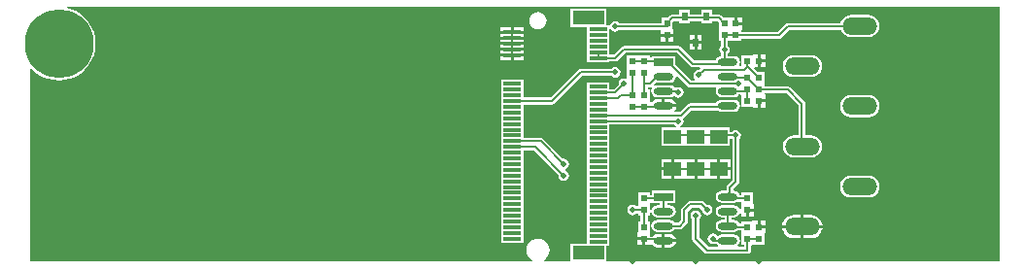
<source format=gtl>
G04*
G04 #@! TF.GenerationSoftware,Altium Limited,Altium Designer,18.1.7 (191)*
G04*
G04 Layer_Physical_Order=1*
G04 Layer_Color=255*
%FSLAX44Y44*%
%MOMM*%
G71*
G01*
G75*
%ADD11C,0.2000*%
%ADD14R,1.5500X0.3000*%
%ADD15R,2.7500X1.2000*%
%ADD16R,1.5000X1.2000*%
%ADD17R,0.6000X0.6000*%
%ADD18O,1.7000X0.6500*%
%ADD19R,1.7000X0.6500*%
%ADD20R,0.6000X0.6000*%
%ADD21R,0.5500X0.8000*%
%ADD33O,3.0160X1.5080*%
%ADD34C,6.0000*%
%ADD35C,0.5080*%
G36*
X1925000Y1438174D02*
Y1432580D01*
X1925000D01*
Y1432420D01*
X1925000D01*
Y1422420D01*
X1926941D01*
Y1418416D01*
X1926727Y1418273D01*
X1925723Y1416771D01*
X1925371Y1415000D01*
X1925723Y1413229D01*
X1926727Y1411727D01*
X1926941Y1411584D01*
Y1409192D01*
X1925702Y1408945D01*
X1923965Y1407785D01*
X1922805Y1406048D01*
X1922707Y1405559D01*
X1903767D01*
X1892163Y1417163D01*
X1891171Y1417826D01*
X1890000Y1418059D01*
X1890000Y1418059D01*
X1842500D01*
X1842500Y1418059D01*
X1841329Y1417826D01*
X1840337Y1417163D01*
X1833733Y1410559D01*
X1829750D01*
Y1424000D01*
Y1432399D01*
X1831020Y1432785D01*
X1831727Y1431727D01*
X1833229Y1430723D01*
X1835000Y1430371D01*
X1836771Y1430723D01*
X1838273Y1431727D01*
X1838470Y1432021D01*
X1874460D01*
Y1428690D01*
X1880000D01*
X1885540D01*
Y1432960D01*
X1885000D01*
Y1438254D01*
X1886187Y1439441D01*
X1890750D01*
Y1438000D01*
X1900250D01*
Y1439441D01*
X1909750D01*
Y1438000D01*
X1919250D01*
Y1439441D01*
X1923733D01*
X1925000Y1438174D01*
D02*
G37*
G36*
X2170000Y1230000D02*
X1827250D01*
Y1244000D01*
X1829750D01*
Y1249000D01*
Y1259000D01*
Y1269000D01*
Y1279000D01*
Y1289000D01*
Y1299000D01*
Y1309000D01*
Y1319000D01*
Y1329000D01*
Y1339000D01*
Y1349441D01*
X1886584D01*
X1886727Y1349227D01*
X1888229Y1348223D01*
X1888100Y1346954D01*
X1875500D01*
Y1330954D01*
X1894500D01*
Y1330954D01*
X1895500D01*
Y1330954D01*
X1914500D01*
Y1330954D01*
X1915500D01*
Y1330954D01*
X1934500D01*
Y1336941D01*
X1936584D01*
X1936727Y1336727D01*
X1936941Y1336584D01*
Y1301267D01*
X1932837Y1297163D01*
X1932174Y1296171D01*
X1931941Y1295000D01*
X1931941Y1295000D01*
Y1291853D01*
X1927750D01*
X1925702Y1291445D01*
X1923965Y1290285D01*
X1922805Y1288548D01*
X1922397Y1286500D01*
X1922805Y1284452D01*
X1923965Y1282715D01*
X1925702Y1281555D01*
X1927750Y1281147D01*
X1938250D01*
X1940298Y1281555D01*
X1940997Y1282021D01*
X1945000D01*
Y1280460D01*
X1944460D01*
Y1276000D01*
X1943195Y1275848D01*
X1942035Y1277585D01*
X1940298Y1278745D01*
X1938250Y1279153D01*
X1927750D01*
X1925702Y1278745D01*
X1923965Y1277585D01*
X1922805Y1275848D01*
X1922397Y1273800D01*
X1922805Y1271752D01*
X1923965Y1270015D01*
X1925702Y1268855D01*
X1927750Y1268447D01*
X1929941D01*
Y1266453D01*
X1927750D01*
X1925702Y1266045D01*
X1923965Y1264885D01*
X1922805Y1263148D01*
X1922397Y1261100D01*
X1922805Y1259052D01*
X1923965Y1257315D01*
X1925702Y1256155D01*
X1927750Y1255747D01*
X1938250D01*
X1940298Y1256155D01*
X1941595Y1257021D01*
X1945000D01*
Y1255080D01*
X1945000D01*
Y1254920D01*
X1945000D01*
Y1244920D01*
X1946941D01*
Y1243059D01*
X1941992D01*
X1941607Y1244329D01*
X1942035Y1244615D01*
X1943195Y1246352D01*
X1943603Y1248400D01*
X1943195Y1250449D01*
X1942035Y1252185D01*
X1940298Y1253345D01*
X1938250Y1253753D01*
X1927750D01*
X1925702Y1253345D01*
X1923989Y1252201D01*
X1923273Y1253273D01*
X1921771Y1254277D01*
X1920000Y1254629D01*
X1918229Y1254277D01*
X1916727Y1253273D01*
X1915723Y1251771D01*
X1915371Y1250000D01*
X1915723Y1248229D01*
X1916727Y1246727D01*
X1918229Y1245723D01*
X1920000Y1245371D01*
X1920725Y1245515D01*
X1921600Y1245341D01*
X1921600Y1245341D01*
X1923480D01*
X1923965Y1244615D01*
X1924393Y1244329D01*
X1924008Y1243059D01*
X1916267D01*
X1908059Y1251267D01*
Y1266584D01*
X1908273Y1266727D01*
X1909277Y1268229D01*
X1909629Y1270000D01*
X1909277Y1271771D01*
X1908273Y1273273D01*
X1906771Y1274277D01*
X1905000Y1274629D01*
X1903229Y1274277D01*
X1901727Y1273273D01*
X1900723Y1271771D01*
X1900371Y1270000D01*
X1900723Y1268229D01*
X1901727Y1266727D01*
X1901941Y1266584D01*
Y1250000D01*
X1901941Y1250000D01*
X1902174Y1248829D01*
X1902837Y1247837D01*
X1912837Y1237837D01*
X1912837Y1237837D01*
X1913829Y1237174D01*
X1915000Y1236941D01*
X1950000D01*
X1951171Y1237174D01*
X1952163Y1237837D01*
X1952826Y1238829D01*
X1953059Y1240000D01*
Y1244022D01*
X1953957Y1244920D01*
X1955000Y1244920D01*
Y1244920D01*
X1955000D01*
Y1244920D01*
X1965000D01*
Y1254540D01*
X1965540D01*
Y1258810D01*
X1960000D01*
Y1260080D01*
X1958730D01*
Y1265620D01*
X1954460D01*
Y1265080D01*
X1945000D01*
Y1263139D01*
X1943197D01*
X1943195Y1263148D01*
X1942035Y1264885D01*
X1940298Y1266045D01*
X1938250Y1266453D01*
X1936059D01*
Y1268447D01*
X1938250D01*
X1940298Y1268855D01*
X1942035Y1270015D01*
X1943195Y1271752D01*
X1944460Y1271600D01*
Y1269380D01*
X1948730D01*
Y1274920D01*
X1950000D01*
Y1276190D01*
X1955540D01*
Y1280460D01*
X1955000D01*
Y1290080D01*
X1945000D01*
Y1288139D01*
X1943277D01*
X1943195Y1288548D01*
X1942035Y1290285D01*
X1940298Y1291445D01*
X1938250Y1291853D01*
X1938059D01*
Y1293733D01*
X1942163Y1297837D01*
X1942163Y1297837D01*
X1942826Y1298829D01*
X1943059Y1300000D01*
Y1336584D01*
X1943273Y1336727D01*
X1944277Y1338229D01*
X1944629Y1340000D01*
X1944277Y1341771D01*
X1943273Y1343273D01*
X1941771Y1344277D01*
X1940000Y1344629D01*
X1938229Y1344277D01*
X1936727Y1343273D01*
X1936584Y1343059D01*
X1934500D01*
Y1346954D01*
X1915500D01*
Y1346954D01*
X1914500D01*
Y1346954D01*
X1895500D01*
Y1346954D01*
X1894500D01*
Y1346954D01*
X1891900D01*
X1891772Y1348223D01*
X1893273Y1349227D01*
X1894277Y1350729D01*
X1894629Y1352500D01*
X1894277Y1354271D01*
X1894462Y1355203D01*
X1894663Y1355337D01*
X1901267Y1361941D01*
X1924225D01*
X1925702Y1360955D01*
X1927750Y1360547D01*
X1938250D01*
X1940298Y1360955D01*
X1942035Y1362115D01*
X1943195Y1363852D01*
X1943603Y1365900D01*
X1943195Y1367948D01*
X1942035Y1369685D01*
X1940298Y1370845D01*
X1938250Y1371253D01*
X1927750D01*
X1925702Y1370845D01*
X1923965Y1369685D01*
X1922878Y1368059D01*
X1900000D01*
X1900000Y1368059D01*
X1898829Y1367826D01*
X1897837Y1367163D01*
X1891233Y1360559D01*
X1886790D01*
X1886493Y1361829D01*
X1887704Y1363641D01*
X1887901Y1364630D01*
X1877000D01*
Y1365900D01*
X1875730D01*
Y1371803D01*
X1871750D01*
X1869491Y1371354D01*
X1867576Y1370074D01*
X1866810Y1368929D01*
X1865540Y1369314D01*
Y1370460D01*
X1865000D01*
Y1380080D01*
X1863059D01*
Y1381941D01*
X1865000D01*
X1865000Y1381941D01*
X1866171Y1382174D01*
X1866398Y1382326D01*
X1867314Y1381411D01*
X1866805Y1380648D01*
X1866397Y1378600D01*
X1866805Y1376552D01*
X1867965Y1374815D01*
X1869702Y1373655D01*
X1871750Y1373247D01*
X1882250D01*
X1884298Y1373655D01*
X1885186Y1374247D01*
X1886727Y1374227D01*
X1888229Y1373223D01*
X1890000Y1372871D01*
X1891771Y1373223D01*
X1893273Y1374227D01*
X1894277Y1375729D01*
X1894629Y1377500D01*
X1894277Y1379271D01*
X1893273Y1380773D01*
X1891771Y1381777D01*
X1890000Y1382129D01*
X1888229Y1381777D01*
X1888052Y1381659D01*
X1886520D01*
X1886035Y1382385D01*
X1884298Y1383545D01*
X1882250Y1383953D01*
X1871750D01*
X1869702Y1383545D01*
X1869598Y1383476D01*
X1868788Y1384463D01*
X1870518Y1386192D01*
X1871750Y1385947D01*
X1882250D01*
X1884298Y1386355D01*
X1886035Y1387515D01*
X1887195Y1389252D01*
X1887603Y1391300D01*
X1888779Y1391895D01*
X1897837Y1382837D01*
X1897837Y1382837D01*
X1898829Y1382174D01*
X1900000Y1381941D01*
X1922321D01*
X1922920Y1380821D01*
X1922805Y1380648D01*
X1922397Y1378600D01*
X1922805Y1376552D01*
X1923965Y1374815D01*
X1925702Y1373655D01*
X1927750Y1373247D01*
X1938250D01*
X1940298Y1373655D01*
X1942035Y1374815D01*
X1942520Y1375541D01*
X1943874D01*
X1944920Y1375000D01*
Y1365000D01*
X1954540D01*
Y1364460D01*
X1958810D01*
Y1370000D01*
X1960080D01*
Y1371270D01*
X1965620D01*
Y1375540D01*
X1965000D01*
Y1376861D01*
X1983813D01*
X1994441Y1366233D01*
Y1340122D01*
X1990460D01*
X1987970Y1339794D01*
X1985649Y1338833D01*
X1983656Y1337304D01*
X1982127Y1335311D01*
X1981166Y1332991D01*
X1980838Y1330500D01*
X1981166Y1328010D01*
X1982127Y1325689D01*
X1983656Y1323696D01*
X1985649Y1322167D01*
X1987970Y1321206D01*
X1990460Y1320878D01*
X2005540D01*
X2008031Y1321206D01*
X2010351Y1322167D01*
X2012344Y1323696D01*
X2013873Y1325689D01*
X2014834Y1328010D01*
X2015162Y1330500D01*
X2014834Y1332991D01*
X2013873Y1335311D01*
X2012344Y1337304D01*
X2010351Y1338833D01*
X2008031Y1339794D01*
X2005540Y1340122D01*
X2000559D01*
Y1367500D01*
X2000326Y1368671D01*
X1999663Y1369663D01*
X1999663Y1369663D01*
X1987243Y1382083D01*
X1986250Y1382746D01*
X1985080Y1382979D01*
X1985080Y1382979D01*
X1965898D01*
X1965000Y1383877D01*
X1965000Y1384920D01*
X1965000D01*
Y1385080D01*
X1965000D01*
Y1395080D01*
X1959326D01*
X1956119Y1398287D01*
X1956605Y1399460D01*
X1958810D01*
Y1405000D01*
Y1410540D01*
X1954540D01*
Y1410000D01*
X1944920D01*
Y1400559D01*
X1943612D01*
X1943013Y1401679D01*
X1943195Y1401952D01*
X1943603Y1404000D01*
X1943195Y1406048D01*
X1942035Y1407785D01*
X1940298Y1408945D01*
X1938250Y1409353D01*
X1933059D01*
Y1411584D01*
X1933273Y1411727D01*
X1934277Y1413229D01*
X1934629Y1415000D01*
X1934277Y1416771D01*
X1933273Y1418273D01*
X1933059Y1418416D01*
Y1422420D01*
X1935000D01*
Y1422420D01*
X1935000D01*
Y1422420D01*
X1945000D01*
Y1424361D01*
X1977420D01*
X1977420Y1424361D01*
X1978591Y1424594D01*
X1979583Y1425257D01*
X1986267Y1431941D01*
X2031608D01*
X2032127Y1430689D01*
X2033656Y1428696D01*
X2035649Y1427167D01*
X2037970Y1426206D01*
X2040460Y1425878D01*
X2055540D01*
X2058031Y1426206D01*
X2060351Y1427167D01*
X2062344Y1428696D01*
X2063873Y1430689D01*
X2064834Y1433010D01*
X2065162Y1435500D01*
X2064834Y1437991D01*
X2063873Y1440311D01*
X2062344Y1442304D01*
X2060351Y1443833D01*
X2058031Y1444794D01*
X2055540Y1445122D01*
X2040460D01*
X2037970Y1444794D01*
X2035649Y1443833D01*
X2033656Y1442304D01*
X2032127Y1440311D01*
X2031194Y1438059D01*
X1985000D01*
X1985000Y1438059D01*
X1983829Y1437826D01*
X1982837Y1437163D01*
X1982837Y1437163D01*
X1976153Y1430479D01*
X1945000D01*
Y1432040D01*
X1945540D01*
Y1436310D01*
X1940000D01*
Y1437580D01*
X1938730D01*
Y1443120D01*
X1934460D01*
Y1442580D01*
X1929246D01*
X1927163Y1444663D01*
X1926171Y1445326D01*
X1925000Y1445559D01*
X1925000Y1445559D01*
X1919250D01*
Y1450000D01*
X1909750D01*
Y1445559D01*
X1900250D01*
Y1450000D01*
X1890750D01*
Y1445559D01*
X1884920D01*
X1883750Y1445326D01*
X1882757Y1444663D01*
X1880674Y1442580D01*
X1875000D01*
Y1438139D01*
X1838363D01*
X1838273Y1438273D01*
X1836771Y1439277D01*
X1835000Y1439629D01*
X1833229Y1439277D01*
X1831727Y1438273D01*
X1830723Y1436771D01*
X1830716Y1436734D01*
X1829750Y1436000D01*
X1827250D01*
Y1450500D01*
X1795750D01*
Y1434500D01*
X1810250D01*
Y1424000D01*
Y1414000D01*
Y1404000D01*
X1817704D01*
X1818000Y1403941D01*
X1818296Y1404000D01*
X1829750D01*
Y1404441D01*
X1835000D01*
X1835000Y1404441D01*
X1836171Y1404674D01*
X1837163Y1405337D01*
X1843767Y1411941D01*
X1888733D01*
X1900337Y1400337D01*
X1900337Y1400337D01*
X1901329Y1399674D01*
X1902500Y1399441D01*
X1908456D01*
X1908942Y1398268D01*
X1907753Y1397079D01*
X1907500Y1397129D01*
X1905729Y1396777D01*
X1904227Y1395773D01*
X1903223Y1394271D01*
X1902871Y1392500D01*
X1903223Y1390729D01*
X1904159Y1389329D01*
X1904041Y1388823D01*
X1903689Y1388059D01*
X1901267D01*
X1887500Y1401826D01*
Y1409250D01*
X1866500D01*
Y1408059D01*
X1865000D01*
Y1410080D01*
X1855000D01*
X1855000Y1410080D01*
Y1410080D01*
X1845000D01*
Y1400080D01*
X1845000D01*
Y1399920D01*
X1845000D01*
Y1390317D01*
X1844802Y1390034D01*
X1843972Y1389336D01*
X1842500Y1389629D01*
X1840729Y1389277D01*
X1839227Y1388273D01*
X1838223Y1386771D01*
X1837871Y1385000D01*
X1837921Y1384747D01*
X1833733Y1380559D01*
X1829750D01*
Y1386000D01*
X1810250D01*
Y1374000D01*
Y1364000D01*
Y1354000D01*
Y1344000D01*
Y1334000D01*
Y1324000D01*
Y1314000D01*
Y1304000D01*
Y1294000D01*
Y1284000D01*
Y1274000D01*
Y1264000D01*
Y1254000D01*
Y1245500D01*
X1795750D01*
Y1230000D01*
X1772808D01*
X1772543Y1231265D01*
X1774632Y1232868D01*
X1776235Y1234957D01*
X1777243Y1237390D01*
X1777586Y1240000D01*
X1777243Y1242610D01*
X1776235Y1245043D01*
X1774632Y1247132D01*
X1772543Y1248735D01*
X1770110Y1249743D01*
X1767500Y1250086D01*
X1764890Y1249743D01*
X1762457Y1248735D01*
X1760368Y1247132D01*
X1758765Y1245043D01*
X1757757Y1242610D01*
X1757414Y1240000D01*
X1757757Y1237390D01*
X1758765Y1234957D01*
X1760368Y1232868D01*
X1762457Y1231265D01*
X1762192Y1230000D01*
X1325000D01*
X1325000Y1398164D01*
X1326192Y1398604D01*
X1327303Y1397303D01*
X1331133Y1394031D01*
X1335427Y1391400D01*
X1340081Y1389472D01*
X1344979Y1388296D01*
X1350000Y1387901D01*
X1355021Y1388296D01*
X1359919Y1389472D01*
X1364573Y1391400D01*
X1368867Y1394031D01*
X1372697Y1397303D01*
X1375969Y1401133D01*
X1378600Y1405427D01*
X1380528Y1410081D01*
X1381704Y1414979D01*
X1382099Y1420000D01*
X1381704Y1425021D01*
X1380528Y1429919D01*
X1378600Y1434573D01*
X1375969Y1438867D01*
X1372697Y1442697D01*
X1368867Y1445969D01*
X1364573Y1448600D01*
X1359919Y1450528D01*
X1356995Y1451230D01*
X1357145Y1452500D01*
X2170000Y1452500D01*
X2170000Y1230000D01*
D02*
G37*
%LPC*%
G36*
X1910290Y1427540D02*
X1906270D01*
Y1422270D01*
X1910290D01*
Y1427540D01*
D02*
G37*
G36*
X1903730D02*
X1899710D01*
Y1422270D01*
X1903730D01*
Y1427540D01*
D02*
G37*
G36*
X1885540Y1426150D02*
X1881270D01*
Y1421880D01*
X1885540D01*
Y1426150D01*
D02*
G37*
G36*
X1878730D02*
X1874460D01*
Y1421880D01*
X1878730D01*
Y1426150D01*
D02*
G37*
G36*
X1910290Y1419730D02*
X1906270D01*
Y1414460D01*
X1910290D01*
Y1419730D01*
D02*
G37*
G36*
X1903730D02*
X1899710D01*
Y1414460D01*
X1903730D01*
Y1419730D01*
D02*
G37*
G36*
X1945540Y1443120D02*
X1941270D01*
Y1438850D01*
X1945540D01*
Y1443120D01*
D02*
G37*
G36*
X1767500Y1447565D02*
X1765542Y1447307D01*
X1763718Y1446551D01*
X1762151Y1445349D01*
X1760949Y1443782D01*
X1760193Y1441958D01*
X1759935Y1440000D01*
X1760193Y1438042D01*
X1760949Y1436218D01*
X1762151Y1434651D01*
X1763718Y1433449D01*
X1765542Y1432693D01*
X1767500Y1432435D01*
X1769458Y1432693D01*
X1771282Y1433449D01*
X1772849Y1434651D01*
X1774051Y1436218D01*
X1774807Y1438042D01*
X1775065Y1440000D01*
X1774807Y1441958D01*
X1774051Y1443782D01*
X1772849Y1445349D01*
X1771282Y1446551D01*
X1769458Y1447307D01*
X1767500Y1447565D01*
D02*
G37*
G36*
X1755290Y1434040D02*
X1746270D01*
Y1431270D01*
X1755290D01*
Y1434040D01*
D02*
G37*
G36*
X1743730D02*
X1734710D01*
Y1431270D01*
X1743730D01*
Y1434040D01*
D02*
G37*
G36*
X1755290Y1428730D02*
X1745000D01*
X1734710D01*
Y1426270D01*
X1745000D01*
X1755290D01*
Y1428730D01*
D02*
G37*
G36*
Y1423730D02*
X1745000D01*
X1734710D01*
Y1421270D01*
X1745000D01*
X1755290D01*
Y1423730D01*
D02*
G37*
G36*
Y1418730D02*
X1745000D01*
X1734710D01*
Y1416270D01*
X1745000D01*
X1755290D01*
Y1418730D01*
D02*
G37*
G36*
Y1413730D02*
X1745000D01*
X1734710D01*
Y1411270D01*
X1745000D01*
X1755290D01*
Y1413730D01*
D02*
G37*
G36*
X1965620Y1410540D02*
X1961350D01*
Y1406270D01*
X1965620D01*
Y1410540D01*
D02*
G37*
G36*
X1755290Y1408730D02*
X1746270D01*
Y1405960D01*
X1755290D01*
Y1408730D01*
D02*
G37*
G36*
X1743730D02*
X1734710D01*
Y1405960D01*
X1743730D01*
Y1408730D01*
D02*
G37*
G36*
X1965620Y1403730D02*
X1961350D01*
Y1399460D01*
X1965620D01*
Y1403730D01*
D02*
G37*
G36*
X2005540Y1410122D02*
X1990460D01*
X1987970Y1409794D01*
X1985649Y1408833D01*
X1983656Y1407304D01*
X1982127Y1405311D01*
X1981166Y1402991D01*
X1980838Y1400500D01*
X1981166Y1398010D01*
X1982127Y1395689D01*
X1983656Y1393696D01*
X1985649Y1392167D01*
X1987970Y1391206D01*
X1990460Y1390878D01*
X2005540D01*
X2008031Y1391206D01*
X2010351Y1392167D01*
X2012344Y1393696D01*
X2013873Y1395689D01*
X2014834Y1398010D01*
X2015162Y1400500D01*
X2014834Y1402991D01*
X2013873Y1405311D01*
X2012344Y1407304D01*
X2010351Y1408833D01*
X2008031Y1409794D01*
X2005540Y1410122D01*
D02*
G37*
G36*
X1835000Y1399629D02*
X1833229Y1399277D01*
X1831727Y1398273D01*
X1831584Y1398059D01*
X1805000D01*
X1803829Y1397826D01*
X1802837Y1397163D01*
X1778733Y1373059D01*
X1754749D01*
Y1378500D01*
X1754747D01*
Y1388500D01*
X1735247D01*
Y1376500D01*
X1735249D01*
Y1373500D01*
X1735247D01*
Y1366500D01*
Y1356500D01*
X1735249D01*
Y1353500D01*
X1735247D01*
Y1346500D01*
X1735250D01*
Y1336500D01*
Y1326500D01*
Y1316500D01*
Y1306500D01*
Y1296500D01*
Y1286500D01*
Y1276500D01*
Y1266500D01*
Y1256500D01*
Y1246500D01*
X1754750D01*
Y1256500D01*
Y1266500D01*
Y1276500D01*
Y1286500D01*
Y1296500D01*
Y1306500D01*
Y1316500D01*
Y1326941D01*
X1763733D01*
X1785421Y1305253D01*
X1785371Y1305000D01*
X1785723Y1303229D01*
X1786727Y1301727D01*
X1788229Y1300723D01*
X1790000Y1300371D01*
X1791771Y1300723D01*
X1793273Y1301727D01*
X1794277Y1303229D01*
X1794629Y1305000D01*
X1794277Y1306771D01*
X1793273Y1308273D01*
X1791771Y1309277D01*
X1791389Y1309353D01*
Y1310647D01*
X1791771Y1310723D01*
X1793273Y1311727D01*
X1794277Y1313229D01*
X1794629Y1315000D01*
X1794277Y1316771D01*
X1793273Y1318273D01*
X1791771Y1319277D01*
X1790000Y1319629D01*
X1789747Y1319579D01*
X1772163Y1337163D01*
X1771171Y1337826D01*
X1770000Y1338059D01*
X1770000Y1338059D01*
X1754750D01*
Y1348500D01*
X1754747D01*
Y1351500D01*
X1754749D01*
Y1358500D01*
X1754747D01*
Y1366941D01*
X1780000D01*
X1780000Y1366941D01*
X1781171Y1367174D01*
X1782163Y1367837D01*
X1806267Y1391941D01*
X1831584D01*
X1831727Y1391727D01*
X1833229Y1390723D01*
X1835000Y1390371D01*
X1836771Y1390723D01*
X1838273Y1391727D01*
X1839277Y1393229D01*
X1839629Y1395000D01*
X1839277Y1396771D01*
X1838273Y1398273D01*
X1836771Y1399277D01*
X1835000Y1399629D01*
D02*
G37*
G36*
X1882250Y1371803D02*
X1878270D01*
Y1367170D01*
X1887901D01*
X1887704Y1368159D01*
X1886424Y1370074D01*
X1884509Y1371354D01*
X1882250Y1371803D01*
D02*
G37*
G36*
X1965620Y1368730D02*
X1961350D01*
Y1364460D01*
X1965620D01*
Y1368730D01*
D02*
G37*
G36*
X2055540Y1375122D02*
X2040460D01*
X2037970Y1374794D01*
X2035649Y1373833D01*
X2033656Y1372304D01*
X2032127Y1370311D01*
X2031166Y1367991D01*
X2030838Y1365500D01*
X2031166Y1363010D01*
X2032127Y1360689D01*
X2033656Y1358696D01*
X2035649Y1357167D01*
X2037970Y1356206D01*
X2040460Y1355878D01*
X2055540D01*
X2058031Y1356206D01*
X2060351Y1357167D01*
X2062344Y1358696D01*
X2063873Y1360689D01*
X2064834Y1363010D01*
X2065162Y1365500D01*
X2064834Y1367991D01*
X2063873Y1370311D01*
X2062344Y1372304D01*
X2060351Y1373833D01*
X2058031Y1374794D01*
X2055540Y1375122D01*
D02*
G37*
G36*
X1883730Y1319586D02*
X1874960D01*
Y1312316D01*
X1883730D01*
Y1319586D01*
D02*
G37*
G36*
X1935040D02*
X1926270D01*
Y1312316D01*
X1935040D01*
Y1319586D01*
D02*
G37*
G36*
Y1309776D02*
X1926270D01*
Y1302506D01*
X1935040D01*
Y1309776D01*
D02*
G37*
G36*
X1923730Y1319586D02*
X1906270D01*
Y1311046D01*
Y1302506D01*
X1923730D01*
Y1311046D01*
Y1319586D01*
D02*
G37*
G36*
X1903730D02*
X1886270D01*
Y1311046D01*
Y1302506D01*
X1903730D01*
Y1311046D01*
Y1319586D01*
D02*
G37*
G36*
X1883730Y1309776D02*
X1874960D01*
Y1302506D01*
X1883730D01*
Y1309776D01*
D02*
G37*
G36*
X1887500Y1291750D02*
X1866500D01*
Y1288059D01*
X1865000D01*
Y1290080D01*
X1855000D01*
Y1281190D01*
X1855000Y1280080D01*
X1855000Y1278957D01*
X1854528Y1278485D01*
X1853273Y1278273D01*
X1851771Y1279277D01*
X1850000Y1279629D01*
X1848229Y1279277D01*
X1846727Y1278273D01*
X1845723Y1276771D01*
X1845371Y1275000D01*
X1845723Y1273229D01*
X1846727Y1271727D01*
X1848229Y1270723D01*
X1850000Y1270371D01*
X1851771Y1270723D01*
X1853273Y1271727D01*
X1853416Y1271941D01*
X1855000D01*
Y1269920D01*
X1856941D01*
Y1265080D01*
X1855000D01*
Y1255460D01*
X1854460D01*
Y1251190D01*
X1860000D01*
Y1249920D01*
X1861270D01*
Y1244380D01*
X1865540D01*
Y1244986D01*
X1866810Y1245372D01*
X1867576Y1244226D01*
X1869491Y1242946D01*
X1871750Y1242497D01*
X1875730D01*
Y1248400D01*
Y1254304D01*
X1871750D01*
X1869491Y1253854D01*
X1867576Y1252574D01*
X1866810Y1251429D01*
X1865540Y1251814D01*
Y1255460D01*
X1865000D01*
Y1265080D01*
X1863059D01*
Y1269920D01*
X1865000D01*
Y1278810D01*
X1865000Y1279920D01*
X1865000Y1281043D01*
X1865230Y1281273D01*
X1866500Y1281250D01*
Y1281250D01*
X1873941D01*
Y1279153D01*
X1871750D01*
X1869702Y1278745D01*
X1867965Y1277585D01*
X1866805Y1275848D01*
X1866397Y1273800D01*
X1866805Y1271752D01*
X1867965Y1270015D01*
X1869702Y1268855D01*
X1871750Y1268447D01*
X1882250D01*
X1884298Y1268855D01*
X1886035Y1270015D01*
X1887195Y1271752D01*
X1887603Y1273800D01*
X1887195Y1275848D01*
X1886035Y1277585D01*
X1884298Y1278745D01*
X1882250Y1279153D01*
X1880059D01*
Y1281250D01*
X1887500D01*
Y1291750D01*
D02*
G37*
G36*
X2055540Y1305122D02*
X2040460D01*
X2037970Y1304794D01*
X2035649Y1303833D01*
X2033656Y1302304D01*
X2032127Y1300311D01*
X2031166Y1297990D01*
X2030838Y1295500D01*
X2031166Y1293010D01*
X2032127Y1290689D01*
X2033656Y1288696D01*
X2035649Y1287167D01*
X2037970Y1286206D01*
X2040460Y1285878D01*
X2055540D01*
X2058031Y1286206D01*
X2060351Y1287167D01*
X2062344Y1288696D01*
X2063873Y1290689D01*
X2064834Y1293010D01*
X2065162Y1295500D01*
X2064834Y1297990D01*
X2063873Y1300311D01*
X2062344Y1302304D01*
X2060351Y1303833D01*
X2058031Y1304794D01*
X2055540Y1305122D01*
D02*
G37*
G36*
X1910000Y1283059D02*
X1910000Y1283059D01*
X1900000D01*
X1898829Y1282826D01*
X1897837Y1282163D01*
X1897837Y1282163D01*
X1892837Y1277163D01*
X1892174Y1276171D01*
X1891941Y1275000D01*
X1891941Y1275000D01*
Y1266267D01*
X1889833Y1264159D01*
X1886520D01*
X1886035Y1264885D01*
X1884298Y1266045D01*
X1882250Y1266453D01*
X1871750D01*
X1869702Y1266045D01*
X1867965Y1264885D01*
X1866805Y1263148D01*
X1866397Y1261100D01*
X1866805Y1259052D01*
X1867965Y1257315D01*
X1869702Y1256155D01*
X1871750Y1255747D01*
X1882250D01*
X1884298Y1256155D01*
X1886035Y1257315D01*
X1886520Y1258041D01*
X1891100D01*
X1891100Y1258041D01*
X1892271Y1258274D01*
X1893263Y1258937D01*
X1897163Y1262837D01*
X1897163Y1262837D01*
X1897826Y1263829D01*
X1898059Y1265000D01*
X1898059Y1265000D01*
Y1273733D01*
X1901267Y1276941D01*
X1908733D01*
X1910421Y1275253D01*
X1910371Y1275000D01*
X1910723Y1273229D01*
X1911727Y1271727D01*
X1913229Y1270723D01*
X1915000Y1270371D01*
X1916771Y1270723D01*
X1918273Y1271727D01*
X1919277Y1273229D01*
X1919629Y1275000D01*
X1919277Y1276771D01*
X1918273Y1278273D01*
X1916771Y1279277D01*
X1915000Y1279629D01*
X1914747Y1279579D01*
X1912163Y1282163D01*
X1911171Y1282826D01*
X1910000Y1283059D01*
D02*
G37*
G36*
X1955540Y1273650D02*
X1951270D01*
Y1269380D01*
X1955540D01*
Y1273650D01*
D02*
G37*
G36*
X2005540Y1270667D02*
X1999270D01*
Y1261770D01*
X2015540D01*
X2015361Y1263131D01*
X2014345Y1265583D01*
X2012729Y1267689D01*
X2010623Y1269305D01*
X2008171Y1270321D01*
X2005540Y1270667D01*
D02*
G37*
G36*
X1996730D02*
X1990460D01*
X1987829Y1270321D01*
X1985376Y1269305D01*
X1983271Y1267689D01*
X1981655Y1265583D01*
X1980639Y1263131D01*
X1980460Y1261770D01*
X1996730D01*
Y1270667D01*
D02*
G37*
G36*
X1965540Y1265620D02*
X1961270D01*
Y1261350D01*
X1965540D01*
Y1265620D01*
D02*
G37*
G36*
X2015540Y1259230D02*
X1999270D01*
Y1250333D01*
X2005540D01*
X2008171Y1250679D01*
X2010623Y1251695D01*
X2012729Y1253311D01*
X2014345Y1255416D01*
X2015361Y1257869D01*
X2015540Y1259230D01*
D02*
G37*
G36*
X1996730D02*
X1980460D01*
X1980639Y1257869D01*
X1981655Y1255416D01*
X1983271Y1253311D01*
X1985376Y1251695D01*
X1987829Y1250679D01*
X1990460Y1250333D01*
X1996730D01*
Y1259230D01*
D02*
G37*
G36*
X1882250Y1254304D02*
X1878270D01*
Y1249670D01*
X1887901D01*
X1887704Y1250659D01*
X1886424Y1252574D01*
X1884509Y1253854D01*
X1882250Y1254304D01*
D02*
G37*
G36*
X1858730Y1248650D02*
X1854460D01*
Y1244380D01*
X1858730D01*
Y1248650D01*
D02*
G37*
G36*
X1887901Y1247130D02*
X1878270D01*
Y1242497D01*
X1882250D01*
X1884509Y1242946D01*
X1886424Y1244226D01*
X1887704Y1246141D01*
X1887901Y1247130D01*
D02*
G37*
%LPD*%
D11*
X1925000Y1300000D02*
Y1311046D01*
X1885000Y1300000D02*
Y1311046D01*
X1925000D02*
X1928954D01*
X1905000D02*
X1925000D01*
X1885000D02*
X1905000D01*
X1928954D02*
X1930000Y1310000D01*
X1880000Y1340000D02*
X1940000D01*
X1930000Y1285000D02*
X1935000Y1290000D01*
X1940000Y1300000D02*
Y1340000D01*
X1935000Y1295000D02*
X1940000Y1300000D01*
X1935000Y1290000D02*
Y1295000D01*
X1820000Y1357000D02*
X1820500Y1357500D01*
X1985000Y1435000D02*
X2040000D01*
X1977420Y1427420D02*
X1985000Y1435000D01*
X1940000Y1427420D02*
X1977420D01*
X1850080Y1405000D02*
X1875000D01*
X1900000Y1385000D02*
X1942500D01*
X1881000Y1404000D02*
X1900000Y1385000D01*
X1877000Y1404000D02*
X1881000D01*
X1905000Y1250000D02*
Y1270000D01*
X1910000Y1280000D02*
X1915000Y1275000D01*
X1900000Y1280000D02*
X1910000D01*
X1895000Y1275000D02*
X1900000Y1280000D01*
X1895000Y1265000D02*
Y1275000D01*
X1891100Y1261100D02*
X1895000Y1265000D01*
X1877000Y1261100D02*
X1891100D01*
X1994920Y1260080D02*
X1995000Y1260000D01*
X1960000Y1260080D02*
X1994920D01*
X1920000Y1250000D02*
X1921600Y1248400D01*
X1933000D01*
X1997500Y1335000D02*
Y1367500D01*
X1985080Y1379920D02*
X1997500Y1367500D01*
X1960000Y1379920D02*
X1985080D01*
X1835000Y1407500D02*
X1842500Y1415000D01*
X1890000D01*
X1884920Y1442500D02*
X1925000D01*
X1835080Y1435080D02*
X1880000D01*
X1950000Y1400080D02*
Y1405000D01*
X1959920Y1249920D02*
X1960000Y1250000D01*
X1930000Y1415000D02*
Y1424920D01*
Y1405000D02*
Y1415000D01*
X1915000Y1240000D02*
X1950000D01*
X1905000Y1250000D02*
X1915000Y1240000D01*
X1950000D02*
Y1249920D01*
X1850000Y1275000D02*
X1859920D01*
X1860000Y1274920D01*
X1765000Y1330000D02*
X1790000Y1305000D01*
X1745000Y1330000D02*
X1765000D01*
X1770000Y1335000D02*
X1790000Y1315000D01*
X1745000Y1335000D02*
X1770000D01*
X1960000Y1260080D02*
Y1275000D01*
X1950000Y1249920D02*
X1959920D01*
X1935000Y1260000D02*
X1935080Y1260080D01*
X1950000D01*
X1869920Y1249920D02*
X1870000Y1250000D01*
X1860000Y1249920D02*
X1869920D01*
X1860000Y1260080D02*
Y1274920D01*
Y1260000D02*
Y1260080D01*
X1860080Y1285000D02*
X1875000D01*
X1860000Y1285080D02*
X1860080Y1285000D01*
X1950080Y1275000D02*
X1960000D01*
X1950000Y1274920D02*
X1950080Y1275000D01*
X1893400Y1248400D02*
X1895000Y1250000D01*
X1877000Y1248400D02*
X1893400D01*
X1935000Y1285000D02*
X1935080Y1285080D01*
X1950000D01*
X1895000Y1422500D02*
X1905000D01*
X1940000Y1440000D02*
Y1445000D01*
X1930000Y1427420D02*
X1940000D01*
X1930000Y1275000D02*
X1933000Y1272000D01*
Y1261100D02*
Y1272000D01*
X1877000Y1286500D02*
Y1287000D01*
Y1273800D02*
Y1286500D01*
Y1287000D02*
X1877500Y1287500D01*
X1947500Y1397500D02*
X1950000Y1400000D01*
X1912500Y1397500D02*
X1947500D01*
X1907500Y1392500D02*
X1912500Y1397500D01*
X1840000Y1375000D02*
X1850000D01*
X1837500Y1372500D02*
X1840000Y1375000D01*
X1820000Y1372500D02*
X1837500Y1372500D01*
X1835000Y1377500D02*
X1842500Y1385000D01*
X1820000Y1377500D02*
X1835000D01*
X1835000Y1435000D02*
X1835080Y1435080D01*
X1780000Y1370000D02*
X1805000Y1395000D01*
X1835000D02*
X1835000Y1395000D01*
X1805000Y1395000D02*
X1835000D01*
X1744998Y1370000D02*
X1780000D01*
X1902500Y1402500D02*
X1932500D01*
X1890000Y1415000D02*
X1902500Y1402500D01*
X1820000Y1407500D02*
X1835000D01*
X1888900Y1378600D02*
X1890000Y1377500D01*
X1877000Y1378600D02*
X1888900D01*
X1822500Y1352500D02*
X1890000D01*
X1820000D02*
X1822500D01*
X1820500Y1357500D02*
X1892500D01*
X1820000D02*
X1820500D01*
X1900000Y1365000D02*
X1930000D01*
X1892500Y1357500D02*
X1900000Y1365000D01*
X1822000Y1353000D02*
X1822500Y1352500D01*
X1890000Y1427500D02*
X1895000Y1422500D01*
X1889920Y1427420D02*
X1890000Y1427500D01*
X1880000Y1427420D02*
X1889920D01*
X1880000Y1437580D02*
X1884920Y1442500D01*
X1925000D02*
X1929920Y1437580D01*
X1930000D01*
X1960080Y1405000D02*
Y1414920D01*
Y1360080D02*
Y1370000D01*
X1960000Y1380000D02*
Y1380080D01*
X1950000Y1390080D02*
X1960000Y1380080D01*
X1950000Y1400080D02*
X1960000Y1390080D01*
X1948600Y1378600D02*
X1950000Y1380000D01*
Y1379920D02*
Y1380000D01*
Y1370080D02*
Y1379920D01*
X1949920Y1370000D02*
X1950000Y1370080D01*
X1935080Y1390080D02*
X1950000D01*
X1935000Y1390000D02*
X1935080Y1390080D01*
X1933000Y1378600D02*
X1948600D01*
X1860000Y1364920D02*
X1874920D01*
X1850000D02*
X1860000D01*
X1874920D02*
X1875000Y1365000D01*
X1860000Y1385000D02*
Y1394920D01*
Y1375000D02*
Y1385000D01*
X1865000D01*
X1860000D02*
X1860000D01*
X1865000D02*
X1871300Y1391300D01*
X1877000D01*
X1860000Y1375000D02*
X1860000Y1375000D01*
X1850000Y1405080D02*
X1850080Y1405000D01*
X1850000Y1394920D02*
Y1395000D01*
Y1375080D02*
Y1394920D01*
X1819500Y1422500D02*
X1820000D01*
X1819000Y1422000D02*
X1819500Y1422500D01*
X1821000Y1417000D02*
X1821500Y1417500D01*
X1818500Y1407500D02*
X1820000D01*
X1818000Y1407000D02*
X1818500Y1407500D01*
X1820000Y1408000D02*
Y1412500D01*
X1820000Y1408000D02*
X1820000Y1408000D01*
X1770000Y1410000D02*
X1780000Y1400000D01*
X1745000Y1425000D02*
Y1430000D01*
Y1420000D02*
Y1425000D01*
Y1415000D02*
Y1420000D01*
Y1410000D02*
Y1415000D01*
X1745000Y1430000D02*
X1745000Y1430000D01*
X1745000Y1410000D02*
X1770000D01*
D14*
X1820000Y1317500D02*
D03*
Y1432500D02*
D03*
Y1427500D02*
D03*
Y1422500D02*
D03*
Y1417500D02*
D03*
Y1412500D02*
D03*
Y1407500D02*
D03*
Y1377500D02*
D03*
Y1372500D02*
D03*
Y1367500D02*
D03*
Y1362500D02*
D03*
Y1357500D02*
D03*
Y1352500D02*
D03*
Y1347500D02*
D03*
Y1342500D02*
D03*
Y1337500D02*
D03*
Y1332500D02*
D03*
Y1327500D02*
D03*
X1745000Y1280000D02*
D03*
Y1425000D02*
D03*
Y1430000D02*
D03*
Y1415000D02*
D03*
Y1410000D02*
D03*
X1744998Y1385000D02*
D03*
Y1365000D02*
D03*
X1744999Y1375000D02*
D03*
X1744998Y1370000D02*
D03*
X1745000Y1345000D02*
D03*
X1744999Y1355000D02*
D03*
X1744998Y1350000D02*
D03*
X1745000Y1325000D02*
D03*
Y1335000D02*
D03*
Y1330000D02*
D03*
Y1305000D02*
D03*
Y1315000D02*
D03*
Y1310000D02*
D03*
X1744998Y1360000D02*
D03*
Y1380000D02*
D03*
X1745000Y1420000D02*
D03*
Y1320000D02*
D03*
Y1340000D02*
D03*
X1820000Y1312500D02*
D03*
Y1382500D02*
D03*
Y1322500D02*
D03*
X1745000Y1295000D02*
D03*
Y1290000D02*
D03*
Y1285000D02*
D03*
Y1300000D02*
D03*
X1820000Y1307500D02*
D03*
Y1302500D02*
D03*
Y1297500D02*
D03*
Y1292500D02*
D03*
Y1287500D02*
D03*
Y1282500D02*
D03*
Y1277500D02*
D03*
Y1272500D02*
D03*
Y1267500D02*
D03*
Y1262500D02*
D03*
Y1257500D02*
D03*
X1745000Y1275000D02*
D03*
Y1270000D02*
D03*
Y1265000D02*
D03*
Y1260000D02*
D03*
Y1255000D02*
D03*
X1820000Y1252500D02*
D03*
Y1247500D02*
D03*
X1745000Y1250000D02*
D03*
D15*
X1811500Y1442500D02*
D03*
Y1237500D02*
D03*
D16*
X1925000Y1311046D02*
D03*
Y1338954D02*
D03*
X1905000Y1311046D02*
D03*
Y1338954D02*
D03*
X1885000Y1311046D02*
D03*
Y1338954D02*
D03*
D17*
X1960000Y1249920D02*
D03*
Y1260080D02*
D03*
X1860000D02*
D03*
Y1249920D02*
D03*
Y1285080D02*
D03*
Y1274920D02*
D03*
X1950000Y1249920D02*
D03*
Y1260080D02*
D03*
Y1285080D02*
D03*
Y1274920D02*
D03*
X1940000Y1427420D02*
D03*
Y1437580D02*
D03*
X1950000Y1379920D02*
D03*
Y1390080D02*
D03*
X1960000Y1390080D02*
D03*
Y1379920D02*
D03*
X1850000Y1394920D02*
D03*
Y1405080D02*
D03*
Y1375080D02*
D03*
Y1364920D02*
D03*
X1860000Y1405080D02*
D03*
Y1394920D02*
D03*
X1860000Y1375080D02*
D03*
Y1364920D02*
D03*
X1930000Y1437580D02*
D03*
Y1427420D02*
D03*
X1880000D02*
D03*
Y1437580D02*
D03*
D18*
X1933000Y1248400D02*
D03*
Y1261100D02*
D03*
Y1273800D02*
D03*
Y1286500D02*
D03*
X1877000Y1248400D02*
D03*
Y1261100D02*
D03*
Y1273800D02*
D03*
X1933000Y1365900D02*
D03*
Y1378600D02*
D03*
Y1391300D02*
D03*
Y1404000D02*
D03*
X1877000Y1365900D02*
D03*
Y1378600D02*
D03*
Y1391300D02*
D03*
D19*
Y1286500D02*
D03*
Y1404000D02*
D03*
D20*
X1949920Y1405000D02*
D03*
X1960080D02*
D03*
X1949920Y1370000D02*
D03*
X1960080D02*
D03*
D21*
X1914500Y1444000D02*
D03*
X1895500D02*
D03*
X1905000Y1421000D02*
D03*
D33*
X1998000Y1260500D02*
D03*
X2048000Y1295500D02*
D03*
X1998000Y1330500D02*
D03*
X2048000Y1365500D02*
D03*
X1998000Y1400500D02*
D03*
X2048000Y1435500D02*
D03*
D34*
X1350000Y1420000D02*
D03*
D35*
X1960000Y1450000D02*
D03*
X1905000D02*
D03*
X1850000D02*
D03*
Y1230000D02*
D03*
X1905000D02*
D03*
X1960000D02*
D03*
X1780000Y1400000D02*
D03*
X1770000Y1410000D02*
D03*
X1925000Y1300000D02*
D03*
X1885000D02*
D03*
X1940000Y1340000D02*
D03*
X1942500Y1385000D02*
D03*
X1915000Y1275000D02*
D03*
X1905000Y1270000D02*
D03*
X1920000Y1250000D02*
D03*
X1930000Y1415000D02*
D03*
X1850000Y1275000D02*
D03*
X1790000Y1315000D02*
D03*
Y1305000D02*
D03*
X1960000Y1275000D02*
D03*
X1895000Y1250000D02*
D03*
X1940000Y1445000D02*
D03*
X1907500Y1392500D02*
D03*
X1842500Y1385000D02*
D03*
X1835000Y1435000D02*
D03*
Y1395000D02*
D03*
X1890000Y1377500D02*
D03*
Y1352500D02*
D03*
X1960000Y1415000D02*
D03*
Y1360000D02*
D03*
X1890000Y1427500D02*
D03*
M02*

</source>
